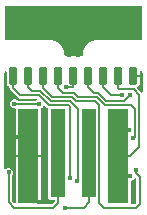
<source format=gbr>
%TF.GenerationSoftware,KiCad,Pcbnew,(6.0.8)*%
%TF.CreationDate,2022-12-19T21:27:52+01:00*%
%TF.ProjectId,Genna,47656e6e-612e-46b6-9963-61645f706362,rev?*%
%TF.SameCoordinates,Original*%
%TF.FileFunction,Copper,L1,Top*%
%TF.FilePolarity,Positive*%
%FSLAX46Y46*%
G04 Gerber Fmt 4.6, Leading zero omitted, Abs format (unit mm)*
G04 Created by KiCad (PCBNEW (6.0.8)) date 2022-12-19 21:27:52*
%MOMM*%
%LPD*%
G01*
G04 APERTURE LIST*
G04 Aperture macros list*
%AMRoundRect*
0 Rectangle with rounded corners*
0 $1 Rounding radius*
0 $2 $3 $4 $5 $6 $7 $8 $9 X,Y pos of 4 corners*
0 Add a 4 corners polygon primitive as box body*
4,1,4,$2,$3,$4,$5,$6,$7,$8,$9,$2,$3,0*
0 Add four circle primitives for the rounded corners*
1,1,$1+$1,$2,$3*
1,1,$1+$1,$4,$5*
1,1,$1+$1,$6,$7*
1,1,$1+$1,$8,$9*
0 Add four rect primitives between the rounded corners*
20,1,$1+$1,$2,$3,$4,$5,0*
20,1,$1+$1,$4,$5,$6,$7,0*
20,1,$1+$1,$6,$7,$8,$9,0*
20,1,$1+$1,$8,$9,$2,$3,0*%
G04 Aperture macros list end*
%TA.AperFunction,ConnectorPad*%
%ADD10R,1.750000X8.000000*%
%TD*%
%TA.AperFunction,ConnectorPad*%
%ADD11R,1.250000X7.500000*%
%TD*%
%TA.AperFunction,SMDPad,CuDef*%
%ADD12RoundRect,0.187500X-0.187500X0.562500X-0.187500X-0.562500X0.187500X-0.562500X0.187500X0.562500X0*%
%TD*%
%TA.AperFunction,ViaPad*%
%ADD13C,0.400000*%
%TD*%
%TA.AperFunction,Conductor*%
%ADD14C,0.150000*%
%TD*%
G04 APERTURE END LIST*
D10*
%TO.P,J1,1,VBUS*%
%TO.N,+5V*%
X138195320Y-81635320D03*
D11*
%TO.P,J1,2,D-*%
%TO.N,Net-(J1-Pad2)*%
X135685320Y-81385320D03*
%TO.P,J1,3,D+*%
%TO.N,Net-(J1-Pad3)*%
X133085320Y-81385320D03*
D10*
%TO.P,J1,4,GND*%
%TO.N,GND*%
X130575320Y-81635320D03*
%TD*%
D12*
%TO.P,J3,1,Pin_1*%
%TO.N,GND*%
X139475000Y-74850000D03*
%TO.P,J3,2,Pin_2*%
%TO.N,+5V*%
X138205000Y-74850000D03*
%TO.P,J3,3,Pin_3*%
%TO.N,9*%
X136935000Y-74850000D03*
%TO.P,J3,4,Pin_4*%
%TO.N,10*%
X135665000Y-74850000D03*
%TO.P,J3,5,Pin_5*%
%TO.N,11*%
X134395000Y-74850000D03*
%TO.P,J3,6,Pin_6*%
%TO.N,12*%
X133125000Y-74850000D03*
%TO.P,J3,7,Pin_7*%
%TO.N,13*%
X131855000Y-74850000D03*
%TO.P,J3,8,Pin_8*%
%TO.N,A1*%
X130585000Y-74850000D03*
%TO.P,J3,9,Pin_9*%
%TO.N,A0*%
X129315000Y-74850000D03*
%TD*%
D13*
%TO.N,Net-(J1-Pad3)*%
X128908829Y-83031676D03*
%TO.N,Net-(J1-Pad2)*%
X133700000Y-86000000D03*
%TO.N,GND*%
X132460500Y-85534822D03*
X129500000Y-80050000D03*
X131460500Y-85500000D03*
X140035523Y-75864477D03*
X132013553Y-81911947D03*
X139525500Y-85500000D03*
%TO.N,+5V*%
X139224120Y-83323622D03*
X139120322Y-79400000D03*
%TO.N,RST*%
X129400000Y-77200000D03*
X131499874Y-77219874D03*
%TO.N,9*%
X138500000Y-76500000D03*
%TO.N,10*%
X139200000Y-76470355D03*
%TO.N,11*%
X133750000Y-75835820D03*
%TO.N,12*%
X139469822Y-80150000D03*
%TO.N,A1*%
X134660818Y-83770000D03*
%TO.N,A0*%
X134120000Y-83500000D03*
%TO.N,13*%
X139653965Y-82849122D03*
%TD*%
D14*
%TO.N,Net-(J1-Pad3)*%
X128908829Y-83031676D02*
X128900000Y-83040505D01*
X128900000Y-85510000D02*
X129399822Y-86009822D01*
X128900000Y-83040505D02*
X128900000Y-85510000D01*
X129399822Y-86009822D02*
X132673970Y-86009822D01*
X133085320Y-85598472D02*
X133085320Y-81385320D01*
X132673970Y-86009822D02*
X133085320Y-85598472D01*
%TO.N,Net-(J1-Pad2)*%
X135250000Y-86000000D02*
X135685320Y-85564680D01*
X135685320Y-85564680D02*
X135685320Y-81385320D01*
X133700000Y-86000000D02*
X135250000Y-86000000D01*
%TO.N,+5V*%
X139214680Y-81635320D02*
X139944822Y-80905178D01*
X138195320Y-81635320D02*
X139214680Y-81635320D01*
X139944822Y-76444822D02*
X139495355Y-75995355D01*
X138295355Y-75995355D02*
X138149680Y-75849680D01*
X139944822Y-80905178D02*
X139944822Y-76444822D01*
X138149680Y-75849680D02*
X138149680Y-74875000D01*
X139495355Y-75995355D02*
X138295355Y-75995355D01*
%TO.N,RST*%
X129419874Y-77219874D02*
X131499874Y-77219874D01*
X129400000Y-77200000D02*
X129419874Y-77219874D01*
%TO.N,9*%
X136879680Y-75779680D02*
X136879680Y-74875000D01*
X137600000Y-76500000D02*
X136879680Y-75779680D01*
X138500000Y-76500000D02*
X137600000Y-76500000D01*
%TO.N,10*%
X136514948Y-76300000D02*
X136100000Y-76300000D01*
X139200000Y-76470355D02*
X139200000Y-76471752D01*
X139200000Y-76471752D02*
X138696752Y-76975000D01*
X135609680Y-75809680D02*
X135609680Y-74875000D01*
X138696752Y-76975000D02*
X137189948Y-76975000D01*
X137189948Y-76975000D02*
X136514948Y-76300000D01*
X136100000Y-76300000D02*
X135609680Y-75809680D01*
%TO.N,11*%
X134264180Y-75835820D02*
X134339680Y-75760320D01*
X133750000Y-75835820D02*
X134264180Y-75835820D01*
X134339680Y-75760320D02*
X134339680Y-74875000D01*
%TO.N,12*%
X134420242Y-76310320D02*
X133502748Y-76310320D01*
X137080294Y-77360320D02*
X136380294Y-76660320D01*
X139260320Y-77360320D02*
X137080294Y-77360320D01*
X139594822Y-80025000D02*
X139594822Y-77694822D01*
X133502748Y-76310320D02*
X133069680Y-75877252D01*
X133069680Y-75877252D02*
X133069680Y-74875000D01*
X139469822Y-80150000D02*
X139594822Y-80025000D01*
X134770242Y-76660320D02*
X134420242Y-76310320D01*
X139594822Y-77694822D02*
X139260320Y-77360320D01*
X136380294Y-76660320D02*
X134770242Y-76660320D01*
%TO.N,A1*%
X131604974Y-76150000D02*
X130850000Y-76150000D01*
X134750000Y-83680818D02*
X134750000Y-77630026D01*
X134660818Y-83770000D02*
X134750000Y-83680818D01*
X132465294Y-77010320D02*
X131604974Y-76150000D01*
X134130294Y-77010320D02*
X132465294Y-77010320D01*
X130529680Y-75829680D02*
X130529680Y-74875000D01*
X134750000Y-77630026D02*
X134130294Y-77010320D01*
X130850000Y-76150000D02*
X130529680Y-75829680D01*
%TO.N,A0*%
X134120000Y-83500000D02*
X134120000Y-77495000D01*
X131460000Y-76500000D02*
X129900000Y-76500000D01*
X129900000Y-76500000D02*
X129259680Y-75859680D01*
X133985320Y-77360320D02*
X132320320Y-77360320D01*
X134120000Y-77495000D02*
X133985320Y-77360320D01*
X129259680Y-75859680D02*
X129259680Y-74875000D01*
X132320320Y-77360320D02*
X131460000Y-76500000D01*
%TO.N,13*%
X140000500Y-85696752D02*
X139697252Y-86000000D01*
X136235320Y-77010320D02*
X134625268Y-77010320D01*
X131799680Y-75849732D02*
X131799680Y-74875000D01*
X137000000Y-86000000D02*
X136585320Y-85585320D01*
X139697252Y-86000000D02*
X137000000Y-86000000D01*
X139653965Y-83081715D02*
X140000500Y-83428250D01*
X136585320Y-77360320D02*
X136235320Y-77010320D01*
X134275269Y-76660320D02*
X132610268Y-76660320D01*
X139653965Y-82849122D02*
X139653965Y-83081715D01*
X132610268Y-76660320D02*
X131799680Y-75849732D01*
X136585320Y-85585320D02*
X136585320Y-77360320D01*
X140000500Y-83428250D02*
X140000500Y-85696752D01*
X134625268Y-77010320D02*
X134275269Y-76660320D01*
%TD*%
%TA.AperFunction,NonConductor*%
G36*
X140158691Y-68919407D02*
G01*
X140194655Y-68968907D01*
X140199500Y-68999500D01*
X140199500Y-71700500D01*
X140180593Y-71758691D01*
X140131093Y-71794655D01*
X140100500Y-71799500D01*
X136434281Y-71799500D01*
X136411926Y-71796943D01*
X136411565Y-71796859D01*
X136400718Y-71794345D01*
X136400000Y-71794344D01*
X136397328Y-71794954D01*
X136395894Y-71794659D01*
X136395947Y-71795269D01*
X136190739Y-71813222D01*
X136186565Y-71814341D01*
X136186562Y-71814341D01*
X135992008Y-71866472D01*
X135987836Y-71867590D01*
X135797457Y-71956365D01*
X135625386Y-72076851D01*
X135476851Y-72225386D01*
X135356365Y-72397457D01*
X135267590Y-72587836D01*
X135213222Y-72790739D01*
X135194914Y-73000000D01*
X135198692Y-73043177D01*
X135184929Y-73102793D01*
X135138753Y-73142934D01*
X135114788Y-73149705D01*
X135112492Y-73150050D01*
X135023359Y-73163450D01*
X135023357Y-73163451D01*
X135016038Y-73164551D01*
X135009367Y-73167754D01*
X135009365Y-73167755D01*
X134965877Y-73188638D01*
X134893921Y-73223191D01*
X134845114Y-73268307D01*
X134789550Y-73293923D01*
X134729541Y-73281986D01*
X134714022Y-73270617D01*
X134711872Y-73267890D01*
X134705785Y-73263683D01*
X134705784Y-73263682D01*
X134642564Y-73219989D01*
X134600431Y-73190869D01*
X134471270Y-73150020D01*
X134464663Y-73149500D01*
X134366150Y-73149500D01*
X134341686Y-73153178D01*
X134273359Y-73163450D01*
X134273357Y-73163451D01*
X134266038Y-73164551D01*
X134259367Y-73167754D01*
X134259365Y-73167755D01*
X134215877Y-73188638D01*
X134143921Y-73223191D01*
X134095114Y-73268307D01*
X134039550Y-73293923D01*
X133979541Y-73281986D01*
X133964022Y-73270617D01*
X133961872Y-73267890D01*
X133955785Y-73263683D01*
X133955784Y-73263682D01*
X133892564Y-73219989D01*
X133850431Y-73190869D01*
X133721270Y-73150020D01*
X133714663Y-73149500D01*
X133700046Y-73149500D01*
X133641855Y-73130593D01*
X133605891Y-73081093D01*
X133601423Y-73041872D01*
X133604709Y-73004310D01*
X133604709Y-73004307D01*
X133605086Y-73000000D01*
X133586778Y-72790739D01*
X133532410Y-72587836D01*
X133443635Y-72397457D01*
X133323149Y-72225386D01*
X133174614Y-72076851D01*
X133002543Y-71956365D01*
X132812164Y-71867590D01*
X132807992Y-71866472D01*
X132613438Y-71814341D01*
X132613435Y-71814341D01*
X132609261Y-71813222D01*
X132405096Y-71795360D01*
X132405125Y-71795027D01*
X132403939Y-71795092D01*
X132400718Y-71794345D01*
X132400000Y-71794344D01*
X132394548Y-71795588D01*
X132394545Y-71795588D01*
X132388266Y-71797020D01*
X132366248Y-71799500D01*
X128699500Y-71799500D01*
X128641309Y-71780593D01*
X128605345Y-71731093D01*
X128600500Y-71700500D01*
X128600500Y-68999500D01*
X128619407Y-68941309D01*
X128668907Y-68905345D01*
X128699500Y-68900500D01*
X140100500Y-68900500D01*
X140158691Y-68919407D01*
G37*
%TD.AperFunction*%
%TA.AperFunction,Conductor*%
%TO.N,GND*%
G36*
X128720755Y-74482594D02*
G01*
X128739500Y-74527849D01*
X128739501Y-75411673D01*
X128739501Y-75443032D01*
X128753891Y-75533893D01*
X128809689Y-75643403D01*
X128896597Y-75730311D01*
X128901082Y-75732596D01*
X128901086Y-75732599D01*
X128949235Y-75757132D01*
X128981048Y-75794379D01*
X128984180Y-75814156D01*
X128984180Y-75826246D01*
X128982950Y-75838731D01*
X128978783Y-75859680D01*
X128984180Y-75886812D01*
X128984180Y-75886813D01*
X129000165Y-75967175D01*
X129025641Y-76005302D01*
X129039005Y-76025302D01*
X129061056Y-76058304D01*
X129066297Y-76061806D01*
X129078816Y-76070171D01*
X129088514Y-76078130D01*
X129681552Y-76671168D01*
X129689510Y-76680866D01*
X129697872Y-76693381D01*
X129697874Y-76693383D01*
X129701376Y-76698624D01*
X129724377Y-76713993D01*
X129724378Y-76713994D01*
X129792505Y-76759515D01*
X129798685Y-76760744D01*
X129798687Y-76760745D01*
X129893816Y-76779667D01*
X129900000Y-76780897D01*
X129920949Y-76776730D01*
X129933434Y-76775500D01*
X131226007Y-76775500D01*
X131271262Y-76794245D01*
X131290007Y-76839500D01*
X131271262Y-76884755D01*
X131265133Y-76889989D01*
X131261532Y-76891824D01*
X131227727Y-76925629D01*
X131182472Y-76944374D01*
X129737276Y-76944374D01*
X129692021Y-76925629D01*
X129638342Y-76871950D01*
X129525304Y-76814354D01*
X129400000Y-76794508D01*
X129274696Y-76814354D01*
X129161658Y-76871950D01*
X129071950Y-76961658D01*
X129014354Y-77074696D01*
X128994508Y-77200000D01*
X129014354Y-77325304D01*
X129071950Y-77438342D01*
X129161658Y-77528050D01*
X129274696Y-77585646D01*
X129400000Y-77605492D01*
X129426309Y-77601325D01*
X129473938Y-77612760D01*
X129499532Y-77654525D01*
X129500320Y-77664537D01*
X129500320Y-81522591D01*
X129504048Y-81531592D01*
X129513049Y-81535320D01*
X131637591Y-81535320D01*
X131646592Y-81531592D01*
X131650320Y-81522591D01*
X131650320Y-77631929D01*
X131669065Y-77586674D01*
X131685264Y-77574905D01*
X131733730Y-77550210D01*
X131733731Y-77550209D01*
X131738216Y-77547924D01*
X131827924Y-77458216D01*
X131855670Y-77403763D01*
X131892916Y-77371951D01*
X131941749Y-77375795D01*
X131957948Y-77387564D01*
X132101872Y-77531488D01*
X132109830Y-77541186D01*
X132118192Y-77553701D01*
X132118194Y-77553703D01*
X132121696Y-77558944D01*
X132144697Y-77574313D01*
X132144698Y-77574314D01*
X132207583Y-77616333D01*
X132207585Y-77616334D01*
X132212825Y-77619835D01*
X132219008Y-77621065D01*
X132220312Y-77621605D01*
X132254948Y-77656241D01*
X132259820Y-77680733D01*
X132259820Y-85155068D01*
X132271453Y-85213551D01*
X132315768Y-85279872D01*
X132382089Y-85324187D01*
X132414407Y-85330615D01*
X132437484Y-85335206D01*
X132437486Y-85335206D01*
X132440572Y-85335820D01*
X132745820Y-85335820D01*
X132791075Y-85354565D01*
X132809820Y-85399820D01*
X132809820Y-85457846D01*
X132791075Y-85503101D01*
X132578599Y-85715577D01*
X132533344Y-85734322D01*
X131712529Y-85734322D01*
X131667274Y-85715577D01*
X131648529Y-85670322D01*
X131649425Y-85661233D01*
X131649398Y-85661230D01*
X131650320Y-85651871D01*
X131650320Y-81748049D01*
X131646592Y-81739048D01*
X131637591Y-81735320D01*
X129513049Y-81735320D01*
X129504048Y-81739048D01*
X129500320Y-81748049D01*
X129500320Y-85566194D01*
X129481575Y-85611449D01*
X129436320Y-85630194D01*
X129391065Y-85611449D01*
X129194245Y-85414629D01*
X129175500Y-85369374D01*
X129175500Y-83357907D01*
X129194245Y-83312652D01*
X129236879Y-83270018D01*
X129294475Y-83156980D01*
X129314321Y-83031676D01*
X129294475Y-82906372D01*
X129236879Y-82793334D01*
X129147171Y-82703626D01*
X129034133Y-82646030D01*
X128908829Y-82626184D01*
X128783525Y-82646030D01*
X128670487Y-82703626D01*
X128659755Y-82714358D01*
X128614500Y-82733103D01*
X128569245Y-82714358D01*
X128550500Y-82669103D01*
X128550500Y-74588849D01*
X128569245Y-74543594D01*
X128630245Y-74482594D01*
X128675500Y-74463849D01*
X128720755Y-74482594D01*
G37*
%TD.AperFunction*%
%TA.AperFunction,Conductor*%
G36*
X139663210Y-83485006D02*
G01*
X139679410Y-83496775D01*
X139706255Y-83523620D01*
X139725000Y-83568875D01*
X139725000Y-85556126D01*
X139706255Y-85601381D01*
X139601881Y-85705755D01*
X139556626Y-85724500D01*
X139334285Y-85724500D01*
X139289030Y-85705755D01*
X139270285Y-85660500D01*
X139270464Y-85656859D01*
X139270820Y-85655068D01*
X139270820Y-83776379D01*
X139289565Y-83731124D01*
X139324808Y-83713167D01*
X139332848Y-83711893D01*
X139349424Y-83709268D01*
X139462462Y-83651672D01*
X139552170Y-83561964D01*
X139577131Y-83512975D01*
X139614378Y-83481162D01*
X139663210Y-83485006D01*
G37*
%TD.AperFunction*%
%TA.AperFunction,Conductor*%
G36*
X140159255Y-74472094D02*
G01*
X140230755Y-74543594D01*
X140249500Y-74588849D01*
X140249500Y-76199481D01*
X140230755Y-76244736D01*
X140185500Y-76263481D01*
X140143517Y-76246091D01*
X140143446Y-76246198D01*
X140142910Y-76245840D01*
X140142911Y-76245840D01*
X140125686Y-76234331D01*
X140115988Y-76226372D01*
X139774152Y-75884536D01*
X139755407Y-75839281D01*
X139774152Y-75794026D01*
X139790352Y-75782256D01*
X139888619Y-75732187D01*
X139896668Y-75726340D01*
X139976340Y-75646668D01*
X139982190Y-75638615D01*
X140033340Y-75538227D01*
X140036416Y-75528761D01*
X140049606Y-75445484D01*
X140050000Y-75440477D01*
X140050000Y-74962729D01*
X140046272Y-74953728D01*
X140037271Y-74950000D01*
X139439000Y-74950000D01*
X139393745Y-74931255D01*
X139375000Y-74886000D01*
X139375000Y-74814000D01*
X139393745Y-74768745D01*
X139439000Y-74750000D01*
X140037271Y-74750000D01*
X140046272Y-74746272D01*
X140050000Y-74737271D01*
X140050000Y-74517349D01*
X140068745Y-74472094D01*
X140114000Y-74453349D01*
X140159255Y-74472094D01*
G37*
%TD.AperFunction*%
%TD*%
M02*

</source>
